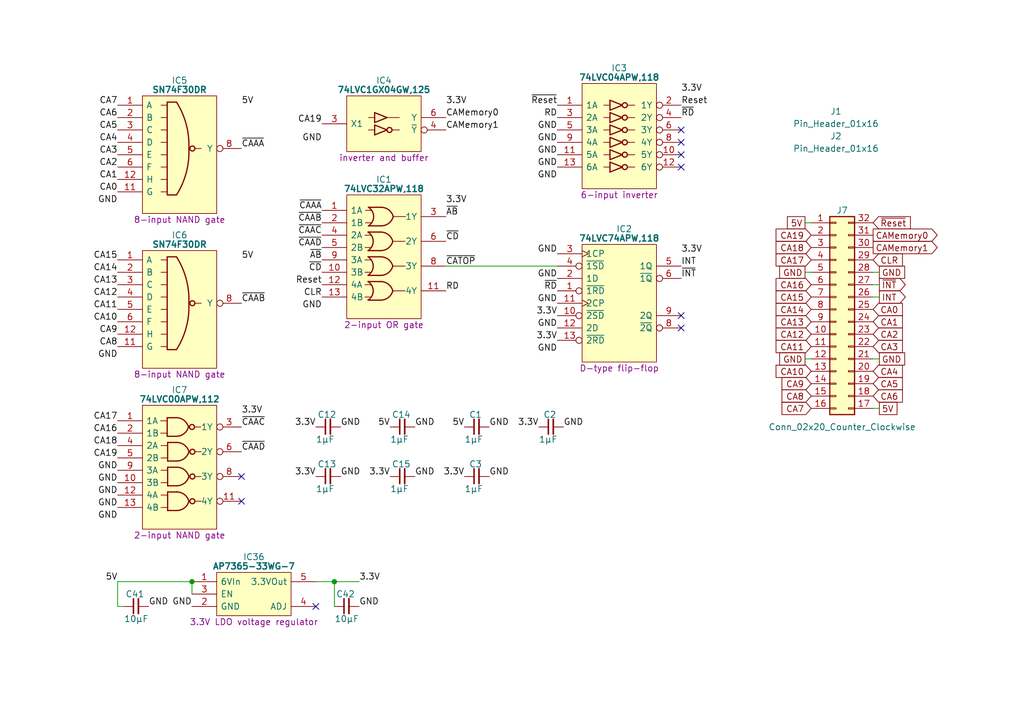
<source format=kicad_sch>
(kicad_sch (version 20250114) (generator "eeschema") (generator_version "9.0")
  (paper "A5")
  (title_block (title "Coprocessor Support") (date "2025-06-16") (rev "V0"))
  (lib_symbols
    (symbol "Connector_Generic:Conn_02x16_Counter_Clockwise" (pin_names (offset 1.016) (hide yes))
      (property "Reference" "J" (at 1.27 20.32 0))
      (property "Value" "Conn_02x16_Counter_Clockwise" (at 1.27 -22.86 0))
      (symbol "Conn_02x16_Counter_Clockwise_1_1"
        (rectangle (start -1.27 19.05) (end 3.81 -21.59) (stroke (width 0.254)) (fill (type background)))
        (rectangle (start -1.27 17.907) (end 0 17.653) (stroke (width 0.1524)))
        (rectangle (start -1.27 15.367) (end 0 15.113) (stroke (width 0.1524)))
        (rectangle (start -1.27 12.827) (end 0 12.573) (stroke (width 0.1524)))
        (rectangle (start -1.27 10.287) (end 0 10.033) (stroke (width 0.1524)))
        (rectangle (start -1.27 7.747) (end 0 7.493) (stroke (width 0.1524)))
        (rectangle (start -1.27 5.207) (end 0 4.953) (stroke (width 0.1524)))
        (rectangle (start -1.27 2.667) (end 0 2.413) (stroke (width 0.1524)))
        (rectangle (start -1.27 0.127) (end 0 -0.127) (stroke (width 0.1524)))
        (rectangle (start -1.27 -2.413) (end 0 -2.667) (stroke (width 0.1524)))
        (rectangle (start -1.27 -4.953) (end 0 -5.207) (stroke (width 0.1524)))
        (rectangle (start -1.27 -7.493) (end 0 -7.747) (stroke (width 0.1524)))
        (rectangle (start -1.27 -10.033) (end 0 -10.287) (stroke (width 0.1524)))
        (rectangle (start -1.27 -12.573) (end 0 -12.827) (stroke (width 0.1524)))
        (rectangle (start -1.27 -15.113) (end 0 -15.367) (stroke (width 0.1524)))
        (rectangle (start -1.27 -17.653) (end 0 -17.907) (stroke (width 0.1524)))
        (rectangle (start -1.27 -20.193) (end 0 -20.447) (stroke (width 0.1524)))
        (rectangle (start 3.81 17.907) (end 2.54 17.653) (stroke (width 0.1524)))
        (rectangle (start 3.81 15.367) (end 2.54 15.113) (stroke (width 0.1524)))
        (rectangle (start 3.81 12.827) (end 2.54 12.573) (stroke (width 0.1524)))
        (rectangle (start 3.81 10.287) (end 2.54 10.033) (stroke (width 0.1524)))
        (rectangle (start 3.81 7.747) (end 2.54 7.493) (stroke (width 0.1524)))
        (rectangle (start 3.81 5.207) (end 2.54 4.953) (stroke (width 0.1524)))
        (rectangle (start 3.81 2.667) (end 2.54 2.413) (stroke (width 0.1524)))
        (rectangle (start 3.81 0.127) (end 2.54 -0.127) (stroke (width 0.1524)))
        (rectangle (start 3.81 -2.413) (end 2.54 -2.667) (stroke (width 0.1524)))
        (rectangle (start 3.81 -4.953) (end 2.54 -5.207) (stroke (width 0.1524)))
        (rectangle (start 3.81 -7.493) (end 2.54 -7.747) (stroke (width 0.1524)))
        (rectangle (start 3.81 -10.033) (end 2.54 -10.287) (stroke (width 0.1524)))
        (rectangle (start 3.81 -12.573) (end 2.54 -12.827) (stroke (width 0.1524)))
        (rectangle (start 3.81 -15.113) (end 2.54 -15.367) (stroke (width 0.1524)))
        (rectangle (start 3.81 -17.653) (end 2.54 -17.907) (stroke (width 0.1524)))
        (rectangle (start 3.81 -20.193) (end 2.54 -20.447) (stroke (width 0.1524)))
        (pin passive line (at -5.08 17.78 0) (length 3.81) (name "Pin_1") (number "1"))
        (pin passive line (at -5.08 15.24 0) (length 3.81) (name "Pin_2") (number "2"))
        (pin passive line (at -5.08 12.7 0) (length 3.81) (name "Pin_3") (number "3"))
        (pin passive line (at -5.08 10.16 0) (length 3.81) (name "Pin_4") (number "4"))
        (pin passive line (at -5.08 7.62 0) (length 3.81) (name "Pin_5") (number "5"))
        (pin passive line (at -5.08 5.08 0) (length 3.81) (name "Pin_6") (number "6"))
        (pin passive line (at -5.08 2.54 0) (length 3.81) (name "Pin_7") (number "7"))
        (pin passive line (at -5.08 0 0) (length 3.81) (name "Pin_8") (number "8"))
        (pin passive line (at -5.08 -2.54 0) (length 3.81) (name "Pin_9") (number "9"))
        (pin passive line (at -5.08 -5.08 0) (length 3.81) (name "Pin_10") (number "10"))
        (pin passive line (at -5.08 -7.62 0) (length 3.81) (name "Pin_11") (number "11"))
        (pin passive line (at -5.08 -10.16 0) (length 3.81) (name "Pin_12") (number "12"))
        (pin passive line (at -5.08 -12.7 0) (length 3.81) (name "Pin_13") (number "13"))
        (pin passive line (at -5.08 -15.24 0) (length 3.81) (name "Pin_14") (number "14"))
        (pin passive line (at -5.08 -17.78 0) (length 3.81) (name "Pin_15") (number "15"))
        (pin passive line (at -5.08 -20.32 0) (length 3.81) (name "Pin_16") (number "16"))
        (pin passive line (at 7.62 17.78 180) (length 3.81) (name "Pin_32") (number "32"))
        (pin passive line (at 7.62 15.24 180) (length 3.81) (name "Pin_31") (number "31"))
        (pin passive line (at 7.62 12.7 180) (length 3.81) (name "Pin_30") (number "30"))
        (pin passive line (at 7.62 10.16 180) (length 3.81) (name "Pin_29") (number "29"))
        (pin passive line (at 7.62 7.62 180) (length 3.81) (name "Pin_28") (number "28"))
        (pin passive line (at 7.62 5.08 180) (length 3.81) (name "Pin_27") (number "27"))
        (pin passive line (at 7.62 2.54 180) (length 3.81) (name "Pin_26") (number "26"))
        (pin passive line (at 7.62 0 180) (length 3.81) (name "Pin_25") (number "25"))
        (pin passive line (at 7.62 -2.54 180) (length 3.81) (name "Pin_24") (number "24"))
        (pin passive line (at 7.62 -5.08 180) (length 3.81) (name "Pin_23") (number "23"))
        (pin passive line (at 7.62 -7.62 180) (length 3.81) (name "Pin_22") (number "22"))
        (pin passive line (at 7.62 -10.16 180) (length 3.81) (name "Pin_21") (number "21"))
        (pin passive line (at 7.62 -12.7 180) (length 3.81) (name "Pin_20") (number "20"))
        (pin passive line (at 7.62 -15.24 180) (length 3.81) (name "Pin_19") (number "19"))
        (pin passive line (at 7.62 -17.78 180) (length 3.81) (name "Pin_18") (number "18"))
        (pin passive line (at 7.62 -20.32 180) (length 3.81) (name "Pin_17") (number "17"))
      )
    )
    (symbol "Diodes_Inc:AP7365-33WG-7" (pin_names (offset 0.762))
      (property "Reference" "IC" (at 12.7 5.08 0))
      (property "Value" "AP7365-33WG-7" (at 12.7 3.175 0))
      (property "Description" "3.3V LDO voltage regulator" (at 12.7 -8.255 0))
      (symbol "AP7365-33WG-7_0_0"
        (pin input line (at 0 -2.54 0) (length 5.08) (name "EN") (number "3"))
        (pin passive line (at 0 -5.08 0) (length 5.08) (name "GND") (number "2"))
        (pin passive line (at 25.4 -5.08 180) (length 5.08) (name "ADJ") (number "4"))
      )
      (symbol "AP7365-33WG-7_0_1"
        (polyline (pts (xy 5.08 1.905) (xy 20.32 1.905) (xy 20.32 -6.985) (xy 5.08 -6.985) (xy 5.08 1.905)) (fill (type background)))
      )
      (symbol "AP7365-33WG-7_1_0"
        (pin passive line (at 0 0 0) (length 5.08) (name "6VIn") (number "1"))
        (pin passive line (at 25.4 0 180) (length 5.08) (name "3.3VOut") (number "5"))
      )
    )
    (symbol "HCP65:C_0805" (pin_numbers (hide yes)) (pin_names (offset 0.254) (hide yes))
      (property "Reference" "C" (at 2.286 2.54 0))
      (property "Value" "?μF" (at 2.54 -2.54 0))
      (symbol "C_0805_0_1"
        (polyline (pts (xy 1.9685 -1.4605) (xy 1.9685 1.5875)) (stroke (width 0.3048)))
        (polyline (pts (xy 2.9845 -1.4605) (xy 2.9845 1.5875)) (stroke (width 0.3302)))
      )
      (symbol "C_0805_1_1"
        (pin passive line (at 0 0 0) (length 2.032) (name "~") (number "1"))
        (pin passive line (at 5.08 0 180) (length 2.032) (name "~") (number "2"))
      )
    )
    (symbol "HCP65:Pin_Header_01x32" (pin_names (offset 1.016) (hide yes))
      (property "Reference" "J" (at 0 1.27 0))
      (property "Value" "Pin_Header_01x32" (at 0 -1.27 0))
    )
    (symbol "Nexperia:74LVC00APW,112" (pin_names (offset 0.762))
      (property "Reference" "IC" (at 12.7 6.35 0))
      (property "Value" "74LVC00APW,112" (at 12.7 4.445 0))
      (property "Description" "2-input NAND gate" (at 12.7 -23.495 0))
      (symbol "74LVC00APW,112_0_0"
        (pin input line (at 0 0 0) (length 5.08) (name "1A") (number "1"))
        (pin input line (at 0 -2.54 0) (length 5.08) (name "1B") (number "2"))
        (pin input line (at 0 -5.08 0) (length 5.08) (name "2A") (number "4"))
        (pin input line (at 0 -7.62 0) (length 5.08) (name "2B") (number "5"))
        (pin input line (at 0 -10.16 0) (length 5.08) (name "3A") (number "9"))
        (pin input line (at 0 -12.7 0) (length 5.08) (name "3B") (number "10"))
        (pin input line (at 0 -15.24 0) (length 5.08) (name "4A") (number "12"))
        (pin input line (at 0 -17.78 0) (length 5.08) (name "4B") (number "13"))
        (pin passive line (at 0 -20.32 0) (length 5.08) (hide yes) (name "GND") (number "7"))
        (pin passive line (at 25.4 1.27 180) (length 5.08) (hide yes) (name "3V") (number "14"))
        (pin output inverted (at 25.4 -1.27 180) (length 5.08) (name "1Y") (number "3"))
        (pin output inverted (at 25.4 -6.35 180) (length 5.08) (name "2Y") (number "6"))
        (pin output inverted (at 25.4 -11.43 180) (length 5.08) (name "3Y") (number "8"))
        (pin output inverted (at 25.4 -16.51 180) (length 5.08) (name "4Y") (number "11"))
      )
      (symbol "74LVC00APW,112_0_1"
        (polyline (pts (xy 5.08 3.175) (xy 20.32 3.175) (xy 20.32 -22.225) (xy 5.08 -22.225) (xy 5.08 3.175)) (stroke (width 0.1524)) (fill (type background)))
        (polyline (pts (xy 8.802 0) (xy 10.0719 0)))
        (polyline (pts (xy 8.802 -2.54) (xy 10.0719 -2.54)))
        (polyline (pts (xy 8.89 -5.08) (xy 10.1599 -5.08)))
        (polyline (pts (xy 8.89 -7.62) (xy 10.1599 -7.62)))
        (polyline (pts (xy 8.89 -10.16) (xy 10.1599 -10.16)))
        (polyline (pts (xy 8.89 -12.7) (xy 10.1599 -12.7)))
        (polyline (pts (xy 8.89 -15.24) (xy 10.1599 -15.24)))
        (polyline (pts (xy 8.89 -17.78) (xy 10.1599 -17.78)))
        (polyline (pts (xy 10.16 0.635) (xy 10.16 -3.175)) (stroke (width 0.254)) (fill (type background)))
        (polyline (pts (xy 10.248 -4.445) (xy 10.248 -8.255)) (stroke (width 0.254)) (fill (type background)))
        (polyline (pts (xy 10.248 -9.525) (xy 10.248 -13.335)) (stroke (width 0.254)) (fill (type background)))
        (polyline (pts (xy 10.248 -14.605) (xy 10.248 -18.415)) (stroke (width 0.254)) (fill (type background)))
        (polyline (pts (xy 11.977 0.635) (xy 10.16 0.635)) (stroke (width 0.254)) (fill (type background)))
        (polyline (pts (xy 11.977 -3.175) (xy 10.16 -3.175)) (stroke (width 0.254)) (fill (type background)))
        (arc (start 14.517 -1.27) (mid 13.5755 -2.6605) (end 11.977 -3.175) (stroke (width 0.254)))
        (arc (start 11.977 0.635) (mid 13.576 0.1212) (end 14.517 -1.27) (stroke (width 0.254)))
        (polyline (pts (xy 12.065 -4.445) (xy 10.248 -4.445)) (stroke (width 0.254)) (fill (type background)))
        (polyline (pts (xy 12.065 -8.255) (xy 10.248 -8.255)) (stroke (width 0.254)) (fill (type background)))
        (polyline (pts (xy 12.065 -9.525) (xy 10.248 -9.525)) (stroke (width 0.254)) (fill (type background)))
        (polyline (pts (xy 12.065 -13.335) (xy 10.248 -13.335)) (stroke (width 0.254)) (fill (type background)))
        (polyline (pts (xy 12.065 -14.605) (xy 10.248 -14.605)) (stroke (width 0.254)) (fill (type background)))
        (polyline (pts (xy 12.065 -18.415) (xy 10.248 -18.415)) (stroke (width 0.254)) (fill (type background)))
        (arc (start 14.605 -6.35) (mid 13.6635 -7.7405) (end 12.065 -8.255) (stroke (width 0.254)))
        (arc (start 14.605 -11.43) (mid 13.6635 -12.8205) (end 12.065 -13.335) (stroke (width 0.254)))
        (arc (start 14.605 -16.51) (mid 13.6635 -17.9005) (end 12.065 -18.415) (stroke (width 0.254)))
        (arc (start 12.065 -4.445) (mid 13.664 -4.9588) (end 14.605 -6.35) (stroke (width 0.254)))
        (arc (start 12.065 -9.525) (mid 13.664 -10.0388) (end 14.605 -11.43) (stroke (width 0.254)))
        (arc (start 12.065 -14.605) (mid 13.664 -15.1188) (end 14.605 -16.51) (stroke (width 0.254)))
        (circle (center 15.24 -1.27) (radius 0.508) (stroke (width 0.254)))
        (circle (center 15.328 -6.35) (radius 0.508) (stroke (width 0.254)))
        (circle (center 15.328 -11.43) (radius 0.508) (stroke (width 0.254)))
        (circle (center 15.328 -16.51) (radius 0.508) (stroke (width 0.254)))
        (polyline (pts (xy 15.875 -1.27) (xy 17.057 -1.27)))
        (polyline (pts (xy 15.963 -6.35) (xy 17.145 -6.35)))
        (polyline (pts (xy 15.963 -11.43) (xy 17.145 -11.43)))
        (polyline (pts (xy 15.963 -16.51) (xy 17.145 -16.51)))
      )
    )
    (symbol "Nexperia:74LVC04APW,118" (pin_names (offset 0.762))
      (property "Reference" "IC" (at 12.7 7.62 0))
      (property "Value" "74LVC04APW,118" (at 12.7 5.715 0))
      (property "Description" "6-input inverter" (at 12.7 -18.415 0))
      (symbol "74LVC04APW,118_0_0"
        (pin input line (at 0 0 0) (length 5.08) (name "1A") (number "1"))
        (pin input line (at 0 -2.54 0) (length 5.08) (name "2A") (number "3"))
        (pin input line (at 0 -5.08 0) (length 5.08) (name "3A") (number "5"))
        (pin input line (at 0 -7.62 0) (length 5.08) (name "4A") (number "9"))
        (pin input line (at 0 -10.16 0) (length 5.08) (name "5A") (number "11"))
        (pin input line (at 0 -12.7 0) (length 5.08) (name "6A") (number "13"))
        (pin passive line (at 0 -15.24 0) (length 5.08) (hide yes) (name "GND") (number "7"))
        (pin passive line (at 25.4 2.54 180) (length 5.08) (hide yes) (name "3V") (number "14"))
        (pin output inverted (at 25.4 0 180) (length 5.08) (name "1Y") (number "2"))
        (pin output inverted (at 25.4 -2.54 180) (length 5.08) (name "2Y") (number "4"))
        (pin output inverted (at 25.4 -5.08 180) (length 5.08) (name "3Y") (number "6"))
        (pin output inverted (at 25.4 -7.62 180) (length 5.08) (name "4Y") (number "8"))
        (pin output inverted (at 25.4 -10.16 180) (length 5.08) (name "5Y") (number "10"))
        (pin output inverted (at 25.4 -12.7 180) (length 5.08) (name "6Y") (number "12"))
      )
      (symbol "74LVC04APW,118_0_1"
        (polyline (pts (xy 5.08 4.445) (xy 20.32 4.445) (xy 20.32 -17.145) (xy 5.08 -17.145) (xy 5.08 4.445)) (stroke (width 0.1524)) (fill (type background)))
        (polyline (pts (xy 9.525 0) (xy 10.7949 0)))
        (polyline (pts (xy 9.525 -2.54) (xy 10.7949 -2.54)))
        (polyline (pts (xy 9.525 -5.08) (xy 10.7949 -5.08)))
        (polyline (pts (xy 9.525 -7.62) (xy 10.7949 -7.62)))
        (polyline (pts (xy 9.525 -10.16) (xy 10.7949 -10.16)))
        (polyline (pts (xy 9.525 -12.7) (xy 10.7949 -12.7)))
        (rectangle (start 10.795 1.016) (end 10.795 -1.016) (stroke (width 0.254)) (fill (type background)))
        (polyline (pts (xy 10.795 -1.016) (xy 13.335 0) (xy 10.795 1.016)) (stroke (width 0.254)))
        (rectangle (start 10.795 -1.524) (end 10.795 -3.556) (stroke (width 0.254)) (fill (type background)))
        (polyline (pts (xy 10.795 -3.556) (xy 13.335 -2.54) (xy 10.795 -1.524)) (stroke (width 0.254)))
        (rectangle (start 10.795 -4.064) (end 10.795 -6.096) (stroke (width 0.254)) (fill (type background)))
        (polyline (pts (xy 10.795 -6.096) (xy 13.335 -5.08) (xy 10.795 -4.064)) (stroke (width 0.254)))
        (rectangle (start 10.795 -6.604) (end 10.795 -8.636) (stroke (width 0.254)) (fill (type background)))
        (polyline (pts (xy 10.795 -8.636) (xy 13.335 -7.62) (xy 10.795 -6.604)) (stroke (width 0.254)))
        (rectangle (start 10.795 -9.144) (end 10.795 -11.176) (stroke (width 0.254)) (fill (type background)))
        (polyline (pts (xy 10.795 -11.176) (xy 13.335 -10.16) (xy 10.795 -9.144)) (stroke (width 0.254)))
        (rectangle (start 10.795 -11.684) (end 10.795 -13.716) (stroke (width 0.254)) (fill (type background)))
        (polyline (pts (xy 10.795 -13.716) (xy 13.335 -12.7) (xy 10.795 -11.684)) (stroke (width 0.254)))
        (circle (center 13.843 0) (radius 0.508) (stroke (width 0.254)))
        (circle (center 13.843 -2.54) (radius 0.508) (stroke (width 0.254)))
        (circle (center 13.843 -5.08) (radius 0.508) (stroke (width 0.254)))
        (circle (center 13.843 -7.62) (radius 0.508) (stroke (width 0.254)))
        (circle (center 13.843 -10.16) (radius 0.508) (stroke (width 0.254)))
        (circle (center 13.843 -12.7) (radius 0.508) (stroke (width 0.254)))
        (polyline (pts (xy 14.351 0) (xy 15.875 0)))
        (polyline (pts (xy 14.351 -2.54) (xy 15.875 -2.54)))
        (polyline (pts (xy 14.351 -5.08) (xy 15.875 -5.08)))
        (polyline (pts (xy 14.351 -7.62) (xy 15.875 -7.62)))
        (polyline (pts (xy 14.351 -10.16) (xy 15.875 -10.16)))
        (polyline (pts (xy 14.351 -12.7) (xy 15.875 -12.7)))
      )
    )
    (symbol "Nexperia:74LVC1GX04GW,125" (pin_names (offset 0.762))
      (property "Reference" "IC" (at 12.7 5.08 0))
      (property "Value" "74LVC1GX04GW,125" (at 12.7 3.175 0))
      (property "Description" "inverter and buffer" (at 12.7 -10.795 0))
      (symbol "74LVC1GX04GW,125_0_0"
        (pin no_connect line (at 0 0 0) (length 5.08) (hide yes) (name "n.c.") (number "1"))
        (pin input line (at 0 -3.81 0) (length 5.08) (name "X1") (number "3"))
        (pin passive line (at 0 -7.62 0) (length 5.08) (hide yes) (name "GND") (number "2"))
        (pin passive line (at 25.4 0 180) (length 5.08) (hide yes) (name "3V") (number "5"))
        (pin output line (at 25.4 -2.54 180) (length 5.08) (name "Y") (number "6"))
        (pin output inverted (at 25.4 -5.08 180) (length 5.08) (name "~{Y}") (number "4"))
      )
      (symbol "74LVC1GX04GW,125_0_1"
        (polyline (pts (xy 5.08 1.905) (xy 20.32 1.905) (xy 20.32 -9.525) (xy 5.08 -9.525) (xy 5.08 1.905)) (stroke (width 0.1524)) (fill (type background)))
        (polyline (pts (xy 9.525 -2.54) (xy 10.7949 -2.54)))
        (polyline (pts (xy 9.525 -5.08) (xy 10.7949 -5.08)))
        (rectangle (start 10.795 -1.524) (end 10.795 -3.556) (stroke (width 0.254)) (fill (type background)))
        (polyline (pts (xy 10.795 -3.556) (xy 13.335 -2.54) (xy 10.795 -1.524)) (stroke (width 0.254)))
        (rectangle (start 10.795 -4.064) (end 10.795 -6.096) (stroke (width 0.254)) (fill (type background)))
        (polyline (pts (xy 10.795 -6.096) (xy 13.335 -5.08) (xy 10.795 -4.064)) (stroke (width 0.254)))
        (polyline (pts (xy 13.335 -2.54) (xy 15.875 -2.54)))
        (circle (center 13.843 -5.08) (radius 0.508) (stroke (width 0.254)))
        (polyline (pts (xy 14.351 -5.08) (xy 15.875 -5.08)))
      )
    )
    (symbol "Nexperia:74LVC32APW,118" (pin_names (offset 0.762))
      (property "Reference" "IC" (at 12.7 6.35 0))
      (property "Value" "74LVC32APW,118" (at 12.7 4.445 0))
      (property "Description" "2-input OR gate" (at 12.7 -23.495 0))
      (symbol "74LVC32APW,118_0_0"
        (pin passive line (at 0 0 0) (length 5.08) (name "1A") (number "1"))
        (pin passive line (at 0 -2.54 0) (length 5.08) (name "1B") (number "2"))
        (pin passive line (at 0 -5.08 0) (length 5.08) (name "2A") (number "4"))
        (pin passive line (at 0 -7.62 0) (length 5.08) (name "2B") (number "5"))
        (pin passive line (at 0 -10.16 0) (length 5.08) (name "3A") (number "9"))
        (pin passive line (at 0 -12.7 0) (length 5.08) (name "3B") (number "10"))
        (pin passive line (at 0 -15.24 0) (length 5.08) (name "4A") (number "12"))
        (pin passive line (at 0 -17.78 0) (length 5.08) (name "4B") (number "13"))
        (pin passive line (at 0 -20.32 0) (length 5.08) (hide yes) (name "GND") (number "7"))
        (pin passive line (at 25.4 1.27 180) (length 5.08) (hide yes) (name "3V") (number "14"))
        (pin passive line (at 25.4 -1.27 180) (length 5.08) (name "1Y") (number "3"))
        (pin passive line (at 25.4 -6.35 180) (length 5.08) (name "2Y") (number "6"))
        (pin passive line (at 25.4 -11.43 180) (length 5.08) (name "3Y") (number "8"))
        (pin passive line (at 25.4 -16.51 180) (length 5.08) (name "4Y") (number "11"))
      )
      (symbol "74LVC32APW,118_0_1"
        (polyline (pts (xy 5.08 3.175) (xy 20.32 3.175) (xy 20.32 -22.225) (xy 5.08 -22.225) (xy 5.08 3.175)) (stroke (width 0.1524)) (fill (type background)))
        (arc (start 9.437 -4.445) (mid 10.4969 -6.35) (end 9.437 -8.255) (stroke (width 0.254)))
        (arc (start 9.437 -9.525) (mid 10.4969 -11.43) (end 9.437 -13.335) (stroke (width 0.254)))
        (arc (start 9.437 -14.605) (mid 10.4969 -16.51) (end 9.437 -18.415) (stroke (width 0.254)))
        (arc (start 9.525 0.635) (mid 10.5849 -1.27) (end 9.525 -3.175) (stroke (width 0.254)))
        (polyline (pts (xy 8.802 -5.08) (xy 10.0719 -5.08)))
        (polyline (pts (xy 8.802 -7.62) (xy 10.0719 -7.62)))
        (polyline (pts (xy 8.802 -10.16) (xy 10.0719 -10.16)))
        (polyline (pts (xy 8.802 -12.7) (xy 10.0719 -12.7)))
        (polyline (pts (xy 8.802 -15.24) (xy 10.0719 -15.24)))
        (polyline (pts (xy 8.802 -17.78) (xy 10.0719 -17.78)))
        (polyline (pts (xy 8.89 0) (xy 10.1599 0)))
        (polyline (pts (xy 8.89 -2.54) (xy 10.1599 -2.54)))
        (polyline (pts (xy 11.977 -4.445) (xy 9.437 -4.445)) (stroke (width 0.254)) (fill (type background)))
        (polyline (pts (xy 11.977 -8.255) (xy 9.437 -8.255)) (stroke (width 0.254)) (fill (type background)))
        (polyline (pts (xy 11.977 -9.525) (xy 9.437 -9.525)) (stroke (width 0.254)) (fill (type background)))
        (polyline (pts (xy 11.977 -13.335) (xy 9.437 -13.335)) (stroke (width 0.254)) (fill (type background)))
        (polyline (pts (xy 11.977 -14.605) (xy 9.437 -14.605)) (stroke (width 0.254)) (fill (type background)))
        (polyline (pts (xy 11.977 -18.415) (xy 9.437 -18.415)) (stroke (width 0.254)) (fill (type background)))
        (arc (start 14.517 -6.35) (mid 13.5755 -7.7405) (end 11.977 -8.255) (stroke (width 0.254)))
        (arc (start 14.517 -11.43) (mid 13.5755 -12.8205) (end 11.977 -13.335) (stroke (width 0.254)))
        (arc (start 14.517 -16.51) (mid 13.5755 -17.9005) (end 11.977 -18.415) (stroke (width 0.254)))
        (arc (start 11.977 -4.445) (mid 13.576 -4.9588) (end 14.517 -6.35) (stroke (width 0.254)))
        (arc (start 11.977 -9.525) (mid 13.576 -10.0388) (end 14.517 -11.43) (stroke (width 0.254)))
        (arc (start 11.977 -14.605) (mid 13.576 -15.1188) (end 14.517 -16.51) (stroke (width 0.254)))
        (polyline (pts (xy 12.065 0.635) (xy 9.525 0.635)) (stroke (width 0.254)) (fill (type background)))
        (polyline (pts (xy 12.065 -3.175) (xy 9.525 -3.175)) (stroke (width 0.254)) (fill (type background)))
        (arc (start 14.605 -1.27) (mid 13.6633 -2.6604) (end 12.065 -3.175) (stroke (width 0.254)))
        (arc (start 12.065 0.635) (mid 13.664 0.1212) (end 14.605 -1.27) (stroke (width 0.254)))
        (polyline (pts (xy 14.517 -6.35) (xy 17.057 -6.35)))
        (polyline (pts (xy 14.517 -11.43) (xy 17.057 -11.43)))
        (polyline (pts (xy 14.517 -16.51) (xy 17.057 -16.51)))
        (polyline (pts (xy 14.605 -1.27) (xy 17.145 -1.27)))
      )
    )
    (symbol "Nexperia:74LVC74APW,118" (pin_names (offset 0.762))
      (property "Reference" "IC" (at 12.065 5.08 0))
      (property "Value" "74LVC74APW,118" (at 12.7 3.175 0))
      (property "Description" "D-type flip-flop" (at 12.7 -23.495 0))
      (symbol "74LVC74APW,118_0_0"
        (pin input clock (at 0 0 0) (length 5.08) (name "1CP") (number "3"))
        (pin input inverted (at 0 -2.54 0) (length 5.08) (name "~{1SD}") (number "4"))
        (pin input line (at 0 -5.08 0) (length 5.08) (name "1D") (number "2"))
        (pin input inverted (at 0 -7.62 0) (length 5.08) (name "~{1RD}") (number "1"))
        (pin input clock (at 0 -10.16 0) (length 5.08) (name "2CP") (number "11"))
        (pin input inverted (at 0 -12.7 0) (length 5.08) (name "~{2SD}") (number "10"))
        (pin input line (at 0 -15.24 0) (length 5.08) (name "2D") (number "12"))
        (pin input inverted (at 0 -17.78 0) (length 5.08) (name "~{2RD}") (number "13"))
        (pin passive line (at 0 -20.32 0) (length 5.08) (hide yes) (name "GND") (number "7"))
        (pin passive line (at 25.4 0 180) (length 5.08) (hide yes) (name "3V") (number "14"))
        (pin output line (at 25.4 -2.54 180) (length 5.08) (name "1Q") (number "5"))
        (pin output inverted (at 25.4 -5.08 180) (length 5.08) (name "~{1Q}") (number "6"))
        (pin output line (at 25.4 -12.7 180) (length 5.08) (name "2Q") (number "9"))
        (pin output inverted (at 25.4 -15.24 180) (length 5.08) (name "~{2Q}") (number "8"))
      )
      (symbol "74LVC74APW,118_0_1"
        (polyline (pts (xy 5.08 1.905) (xy 20.32 1.905) (xy 20.32 -22.225) (xy 5.08 -22.225) (xy 5.08 1.905)) (stroke (width 0.1524)) (fill (type background)))
      )
    )
    (symbol "Texas_Instruments:SN74F30DR" (pin_names (offset 0.762))
      (property "Reference" "IC" (at 12.7 5.08 0))
      (property "Value" "SN74F30DR" (at 12.7 3.175 0))
      (property "Description" "8-input NAND gate" (at 12.7 -23.495 0))
      (symbol "SN74F30DR_0_0"
        (pin input line (at 0 0 0) (length 5.08) (name "A") (number "1"))
        (pin input line (at 0 -2.54 0) (length 5.08) (name "B") (number "2"))
        (pin input line (at 0 -5.08 0) (length 5.08) (name "C") (number "3"))
        (pin input line (at 0 -7.62 0) (length 5.08) (name "D") (number "4"))
        (pin input line (at 0 -10.16 0) (length 5.08) (name "E") (number "5"))
        (pin input line (at 0 -12.7 0) (length 5.08) (name "F") (number "6"))
        (pin input line (at 0 -15.24 0) (length 5.08) (name "H") (number "12"))
        (pin input line (at 0 -17.78 0) (length 5.08) (name "G") (number "11"))
        (pin passive line (at 0 -20.32 0) (length 5.08) (hide yes) (name "GND") (number "7"))
        (pin passive line (at 25.4 0 180) (length 5.08) (hide yes) (name "5V") (number "14"))
        (pin no_connect line (at 25.4 -15.24 180) (length 5.08) (hide yes) (name "N.C.") (number "13"))
        (pin no_connect line (at 25.4 -17.78 180) (length 5.08) (hide yes) (name "N.C.") (number "10"))
        (pin no_connect line (at 25.4 -20.32 180) (length 5.08) (hide yes) (name "N.C.") (number "9"))
      )
      (symbol "SN74F30DR_0_1"
        (arc (start 12.065 0.635) (mid 14.0638 -3.9331) (end 14.605 -8.89) (stroke (width 0.254)))
        (arc (start 14.605 -8.89) (mid 14.065 -13.8472) (end 12.065 -18.415) (stroke (width 0.254)))
        (polyline (pts (xy 5.08 1.905) (xy 20.32 1.905) (xy 20.32 -22.225) (xy 5.08 -22.225) (xy 5.08 1.905)) (stroke (width 0.1524)) (fill (type background)))
        (polyline (pts (xy 8.89 0) (xy 10.1599 0)))
        (polyline (pts (xy 8.89 -2.54) (xy 10.1599 -2.54)))
        (polyline (pts (xy 8.89 -5.08) (xy 10.1599 -5.08)))
        (polyline (pts (xy 8.89 -7.62) (xy 10.1599 -7.62)))
        (polyline (pts (xy 8.89 -10.16) (xy 10.1599 -10.16)))
        (polyline (pts (xy 8.89 -12.7) (xy 10.1599 -12.7)))
        (polyline (pts (xy 8.89 -15.24) (xy 10.1599 -15.24)))
        (polyline (pts (xy 8.89 -17.78) (xy 10.1599 -17.78)))
        (polyline (pts (xy 10.16 0.635) (xy 10.16 -18.415)) (stroke (width 0.254)) (fill (type background)))
        (polyline (pts (xy 12.065 0.635) (xy 10.248 0.635)) (stroke (width 0.254)) (fill (type background)))
        (polyline (pts (xy 12.065 -18.415) (xy 10.248 -18.415)) (stroke (width 0.254)) (fill (type background)))
        (circle (center 15.328 -8.89) (radius 0.508) (stroke (width 0.254)))
        (polyline (pts (xy 15.963 -8.89) (xy 17.145 -8.89)))
      )
      (symbol "SN74F30DR_1_0"
        (pin output inverted (at 25.4 -8.89 180) (length 5.08) (name "Y") (number "8"))
      )
    )
  )
  (junction (at 39.37 119.38))
  (junction (at 68.58 119.38))
  (no_connect (at 139.7 26.67))
  (no_connect (at 64.77 124.46))
  (no_connect (at 139.7 64.77))
  (no_connect (at 139.7 67.31))
  (no_connect (at 49.53 97.79))
  (no_connect (at 139.7 34.29))
  (no_connect (at 139.7 29.21))
  (no_connect (at 49.53 102.87))
  (no_connect (at 139.7 31.75))
  (wire (pts (xy 180.34 73.66) (xy 179.07 73.66)))
  (wire (pts (xy 64.77 119.38) (xy 68.58 119.38)))
  (wire (pts (xy 180.34 58.42) (xy 179.07 58.42)))
  (wire (pts (xy 68.58 124.46) (xy 68.58 119.38)))
  (wire (pts (xy 91.44 54.61) (xy 114.3 54.61)))
  (wire (pts (xy 180.34 55.88) (xy 179.07 55.88)))
  (wire (pts (xy 24.13 119.38) (xy 24.13 124.46)))
  (wire (pts (xy 165.1 45.72) (xy 166.37 45.72)))
  (wire (pts (xy 24.13 124.46) (xy 25.4 124.46)))
  (wire (pts (xy 165.1 73.66) (xy 166.37 73.66)))
  (wire (pts (xy 165.1 55.88) (xy 166.37 55.88)))
  (wire (pts (xy 39.37 119.38) (xy 39.37 121.92)))
  (wire (pts (xy 24.13 119.38) (xy 39.37 119.38)))
  (wire (pts (xy 180.34 83.82) (xy 179.07 83.82)))
  (wire (pts (xy 179.07 60.96) (xy 180.34 60.96)))
  (wire (pts (xy 68.58 119.38) (xy 73.66 119.38)))
  (label "5V" (at 95.25 87.63 180))
  (label "CA12" (at 24.13 60.96 180))
  (label "3.3V" (at 114.3 64.77 180))
  (label "GND" (at 24.13 99.06 180))
  (label "GND" (at 114.3 62.23 180))
  (label "CA5" (at 24.13 26.67 180))
  (label "GND" (at 24.13 104.14 180))
  (label "GND" (at 114.3 34.29 180))
  (label "3.3V" (at 64.77 87.63 180))
  (label "~{RD}" (at 114.3 59.69 180))
  (label "3.3V" (at 91.44 41.91 0))
  (label "~{CAAA}" (at 49.53 30.48 0))
  (label "GND" (at 73.66 124.46 0))
  (label "GND" (at 39.37 124.46 180))
  (label "~{CAAC}" (at 66.04 48.26 180))
  (label "GND" (at 24.13 106.68 180))
  (label "3.3V" (at 80.01 97.79 180))
  (label "5V" (at 80.01 87.63 180))
  (label "~{CAAC}" (at 49.53 87.63 0))
  (label "3.3V" (at 139.7 19.05 0))
  (label "GND" (at 66.04 29.21 180))
  (label "GND" (at 24.13 96.52 180))
  (label "3.3V" (at 114.3 69.85 180))
  (label "CA3" (at 24.13 31.75 180))
  (label "CA9" (at 24.13 68.58 180))
  (label "~{CAAD}" (at 66.04 50.8 180))
  (label "GND" (at 100.33 97.79 0))
  (label "GND" (at 69.85 97.79 0))
  (label "~{CATOP}" (at 91.44 54.61 0))
  (label "~{CD}" (at 91.44 49.53 0))
  (label "3.3V" (at 110.49 87.63 180))
  (label "CA19" (at 24.13 93.98 180))
  (label "5V" (at 24.13 119.38 180))
  (label "CA8" (at 24.13 71.12 180))
  (label "~{INT}" (at 139.7 57.15 0))
  (label "GND" (at 24.13 73.66 180))
  (label "Reset" (at 139.7 21.59 0))
  (label "~{CAAA}" (at 66.04 43.18 180))
  (label "GND" (at 115.57 87.63 0))
  (label "RD" (at 114.3 24.13 180))
  (label "GND" (at 114.3 31.75 180))
  (label "CA0" (at 24.13 39.37 180))
  (label "3.3V" (at 73.66 119.38 0))
  (label "CA13" (at 24.13 58.42 180))
  (label "3.3V" (at 49.53 85.09 0))
  (label "3.3V" (at 64.77 97.79 180))
  (label "CA4" (at 24.13 29.21 180))
  (label "~{CAAB}" (at 66.04 45.72 180))
  (label "GND" (at 66.04 63.5 180))
  (label "GND" (at 114.3 72.39 180))
  (label "CAMemory0" (at 91.44 24.13 0))
  (label "CAMemory1" (at 91.44 26.67 0))
  (label "INT" (at 139.7 54.61 0))
  (label "GND" (at 114.3 26.67 180))
  (label "5V" (at 49.53 21.59 0))
  (label "Reset" (at 66.04 58.42 180))
  (label "CA16" (at 24.13 88.9 180))
  (label "RD" (at 91.44 59.69 0))
  (label "3.3V" (at 91.44 21.59 0))
  (label "GND" (at 85.09 87.63 0))
  (label "~{CAAB}" (at 49.53 62.23 0))
  (label "~{CD}" (at 66.04 55.88 180))
  (label "GND" (at 114.3 29.21 180))
  (label "~{Reset}" (at 114.3 21.59 180))
  (label "CLR" (at 66.04 60.96 180))
  (label "~{CAAD}" (at 49.53 92.71 0))
  (label "CA17" (at 24.13 86.36 180))
  (label "GND" (at 85.09 97.79 0))
  (label "GND" (at 114.3 57.15 180))
  (label "3.3V" (at 139.7 52.07 0))
  (label "GND" (at 114.3 67.31 180))
  (label "CA15" (at 24.13 53.34 180))
  (label "GND" (at 114.3 36.83 180))
  (label "CA14" (at 24.13 55.88 180))
  (label "CA7" (at 24.13 21.59 180))
  (label "~{AB}" (at 66.04 53.34 180))
  (label "~{RD}" (at 139.7 24.13 0))
  (label "CA10" (at 24.13 66.04 180))
  (label "5V" (at 49.53 53.34 0))
  (label "CA11" (at 24.13 63.5 180))
  (label "~{AB}" (at 91.44 44.45 0))
  (label "CA2" (at 24.13 34.29 180))
  (label "GND" (at 24.13 41.91 180))
  (label "GND" (at 69.85 87.63 0))
  (label "CA18" (at 24.13 91.44 180))
  (label "CA1" (at 24.13 36.83 180))
  (label "GND" (at 30.48 124.46 0))
  (label "CA6" (at 24.13 24.13 180))
  (label "CA19" (at 66.04 25.4 180))
  (label "GND" (at 100.33 87.63 0))
  (label "GND" (at 114.3 52.07 180))
  (label "3.3V" (at 95.25 97.79 180))
  (label "GND" (at 24.13 101.6 180))
  (global_label "CA16" (shape input) (at 166.37 58.42 180) (property "Intersheetrefs" "${INTERSHEET_REFS}" (effects (hide yes))))
  (global_label "CA0" (shape input) (at 179.07 63.5 0) (property "Intersheetrefs" "${INTERSHEET_REFS}" (effects (hide yes))))
  (global_label "CAMemory0" (shape output) (at 179.07 48.26 0) (property "Intersheetrefs" "${INTERSHEET_REFS}" (effects (hide yes))))
  (global_label "GND" (shape passive) (at 180.34 73.66 0) (property "Intersheetrefs" "${INTERSHEET_REFS}" (effects (hide yes))))
  (global_label "~{Reset}" (shape input) (at 179.07 45.72 0) (property "Intersheetrefs" "${INTERSHEET_REFS}" (effects (hide yes))))
  (global_label "CAMemory1" (shape output) (at 179.07 50.8 0) (property "Intersheetrefs" "${INTERSHEET_REFS}" (effects (hide yes))))
  (global_label "GND" (shape passive) (at 165.1 55.88 180) (property "Intersheetrefs" "${INTERSHEET_REFS}" (effects (hide yes))))
  (global_label "CA5" (shape input) (at 179.07 78.74 0) (property "Intersheetrefs" "${INTERSHEET_REFS}" (effects (hide yes))))
  (global_label "5V" (shape passive) (at 165.1 45.72 180) (property "Intersheetrefs" "${INTERSHEET_REFS}" (effects (hide yes))))
  (global_label "CA18" (shape input) (at 166.37 50.8 180) (property "Intersheetrefs" "${INTERSHEET_REFS}" (effects (hide yes))))
  (global_label "CA11" (shape input) (at 166.37 71.12 180) (property "Intersheetrefs" "${INTERSHEET_REFS}" (effects (hide yes))))
  (global_label "CA14" (shape input) (at 166.37 63.5 180) (property "Intersheetrefs" "${INTERSHEET_REFS}" (effects (hide yes))))
  (global_label "CA3" (shape input) (at 179.07 71.12 0) (property "Intersheetrefs" "${INTERSHEET_REFS}" (effects (hide yes))))
  (global_label "CA13" (shape input) (at 166.37 66.04 180) (property "Intersheetrefs" "${INTERSHEET_REFS}" (effects (hide yes))))
  (global_label "CA12" (shape input) (at 166.37 68.58 180) (property "Intersheetrefs" "${INTERSHEET_REFS}" (effects (hide yes))))
  (global_label "CA1" (shape input) (at 179.07 66.04 0) (property "Intersheetrefs" "${INTERSHEET_REFS}" (effects (hide yes))))
  (global_label "GND" (shape passive) (at 165.1 73.66 180) (property "Intersheetrefs" "${INTERSHEET_REFS}" (effects (hide yes))))
  (global_label "CA8" (shape input) (at 166.37 81.28 180) (property "Intersheetrefs" "${INTERSHEET_REFS}" (effects (hide yes))))
  (global_label "CA2" (shape input) (at 179.07 68.58 0) (property "Intersheetrefs" "${INTERSHEET_REFS}" (effects (hide yes))))
  (global_label "CA17" (shape input) (at 166.37 53.34 180) (property "Intersheetrefs" "${INTERSHEET_REFS}" (effects (hide yes))))
  (global_label "~{INT}" (shape output) (at 180.34 58.42 0) (property "Intersheetrefs" "${INTERSHEET_REFS}" (effects (hide yes))))
  (global_label "GND" (shape passive) (at 180.34 55.88 0) (property "Intersheetrefs" "${INTERSHEET_REFS}" (effects (hide yes))))
  (global_label "CA7" (shape input) (at 166.37 83.82 180) (property "Intersheetrefs" "${INTERSHEET_REFS}" (effects (hide yes))))
  (global_label "CA4" (shape input) (at 179.07 76.2 0) (property "Intersheetrefs" "${INTERSHEET_REFS}" (effects (hide yes))))
  (global_label "CA15" (shape input) (at 166.37 60.96 180) (property "Intersheetrefs" "${INTERSHEET_REFS}" (effects (hide yes))))
  (global_label "5V" (shape passive) (at 180.34 83.82 0) (property "Intersheetrefs" "${INTERSHEET_REFS}" (effects (hide yes))))
  (global_label "CA9" (shape input) (at 166.37 78.74 180) (property "Intersheetrefs" "${INTERSHEET_REFS}" (effects (hide yes))))
  (global_label "INT" (shape output) (at 180.34 60.96 0) (property "Intersheetrefs" "${INTERSHEET_REFS}" (effects (hide yes))))
  (global_label "CLR" (shape input) (at 179.07 53.34 0) (property "Intersheetrefs" "${INTERSHEET_REFS}" (effects (hide yes))))
  (global_label "CA6" (shape input) (at 179.07 81.28 0) (property "Intersheetrefs" "${INTERSHEET_REFS}" (effects (hide yes))))
  (global_label "CA10" (shape input) (at 166.37 76.2 180) (property "Intersheetrefs" "${INTERSHEET_REFS}" (effects (hide yes))))
  (global_label "CA19" (shape input) (at 166.37 48.26 180) (property "Intersheetrefs" "${INTERSHEET_REFS}" (effects (hide yes))))
  (symbol (lib_id "HCP65:C_0805") (at 68.58 124.46 0) (unit 1)
    (property "Reference" "C42" (at 70.866 121.92 0))
    (property "Value" "10μF" (at 71.12 127 0))
    (property "Footprint" "SamacSys_Parts:C_0805" (effects (hide yes)))
  )
  (symbol (lib_id "Nexperia:74LVC1GX04GW,125") (at 66.04 21.59 0) (unit 1)
    (property "Reference" "IC4" (at 78.74 16.51 0))
    (property "Value" "74LVC1GX04GW,125" (at 78.74 18.415 0) (effects (font (bold yes))))
    (property "Footprint" "SamacSys_Parts:SOP65P210X110-6N" (effects (hide yes)))
    (property "Datasheet" "https://assets.nexperia.com/documents/data-sheet/74LVC1GX04.pdf" (effects (hide yes)))
    (property "Description" "inverter and buffer" (at 78.74 32.385 0))
    (property "Height" "1.1" (effects (hide yes)))
    (property "Manufacturer_Name" "Nexperia" (effects (hide yes)))
    (property "Manufacturer_Part_Number" "74LVC1GX04GW,125" (effects (hide yes)))
    (property "Mouser Part Number" "771-74LVC1GX04GW-G" (effects (hide yes)))
    (property "Mouser Price/Stock" "https://www.mouser.co.uk/ProductDetail/Nexperia/74LVC1GX04GW125?qs=me8TqzrmIYXdz6qx7bR6zQ%3D%3D" (effects (hide yes)))
    (property "Silkscreen" "'1GX04" (effects (hide yes)))
    (property "Garbage" "NEXPERIA - 74LVC1GX04GW,125 - LOGIC, CRYSTAL OSCILLATOR DRIVER, SC88-6" (effects (hide yes)))
  )
  (symbol (lib_id "HCP65:C_0805") (at 64.77 87.63 0) (unit 1)
    (property "Reference" "C12" (at 67.056 85.09 0))
    (property "Value" "1µF" (at 64.77 90.17 0) (effects (justify left)))
    (property "Footprint" "SamacSys_Parts:C_0805" (effects (hide yes)))
  )
  (symbol (lib_id "HCP65:C_0805") (at 95.25 87.63 0) (unit 1)
    (property "Reference" "C1" (at 97.536 85.09 0))
    (property "Value" "1µF" (at 95.25 90.17 0) (effects (justify left)))
    (property "Footprint" "SamacSys_Parts:C_0805" (effects (hide yes)))
  )
  (symbol (lib_id "HCP65:C_0805") (at 110.49 87.63 0) (unit 1)
    (property "Reference" "C2" (at 112.776 85.09 0))
    (property "Value" "1µF" (at 110.49 90.17 0) (effects (justify left)))
    (property "Footprint" "SamacSys_Parts:C_0805" (effects (hide yes)))
  )
  (symbol (lib_id "HCP65:Pin_Header_01x32") (at 171.45 24.13 0) (mirror y) (unit 1)
    (property "Reference" "J1" (at 171.45 22.86 0))
    (property "Value" "Pin_Header_01x16" (at 171.45 25.4 0))
    (property "Footprint" "SamacSys_Parts:PinHeader_1x16_P2.54mm_Vertical" (effects (hide yes)))
  )
  (symbol (lib_id "Connector_Generic:Conn_02x16_Counter_Clockwise") (at 171.45 63.5 0) (unit 1)
    (property "Reference" "J7" (at 172.72 43.18 0))
    (property "Value" "Conn_02x20_Counter_Clockwise" (at 172.72 87.63 0))
    (property "Footprint" "SamacSys_Parts:DIP-32_Board_W22.86mm" (effects (hide yes)))
    (property "Description" "Generic connector, double row, 02x16, counter clockwise pin numbering scheme (similar to DIP package numbering), script generated (kicad-library-utils/schlib/autogen/connector/)" (effects (hide yes)))
  )
  (symbol (lib_id "HCP65:Pin_Header_01x32") (at 171.45 29.21 0) (unit 1)
    (property "Reference" "J2" (at 171.45 27.94 0))
    (property "Value" "Pin_Header_01x16" (at 171.45 30.48 0))
    (property "Footprint" "SamacSys_Parts:PinHeader_1x16_P2.54mm_Vertical" (effects (hide yes)))
  )
  (symbol (lib_id "Nexperia:74LVC00APW,112") (at 24.13 86.36 0) (unit 1)
    (property "Reference" "IC7" (at 36.83 80.01 0))
    (property "Value" "74LVC00APW,112" (at 36.83 81.915 0) (effects (font (bold yes))))
    (property "Footprint" "SamacSys_Parts:SOP65P640X110-14N" (effects (hide yes)))
    (property "Datasheet" "https://assets.nexperia.com/documents/data-sheet/74LVC00A.pdf" (effects (hide yes)))
    (property "Description" "2-input NAND gate" (at 36.83 109.855 0))
    (property "Height" "1.1" (effects (hide yes)))
    (property "Mouser Part Number" "771-74LVC00APW" (effects (hide yes)))
    (property "Mouser Price/Stock" "https://www.mouser.co.uk/ProductDetail/Nexperia/74LVC00APW112?qs=me8TqzrmIYU0xOmva6VdmA%3D%3D" (effects (hide yes)))
    (property "Manufacturer_Name" "Nexperia" (effects (hide yes)))
    (property "Manufacturer_Part_Number" "74LVC00APW,112" (effects (hide yes)))
    (property "Silkscreen" "74LVC00" (effects (hide yes)))
  )
  (symbol (lib_id "HCP65:C_0805") (at 80.01 97.79 0) (unit 1)
    (property "Reference" "C15" (at 82.296 95.25 0))
    (property "Value" "1µF" (at 80.01 100.33 0) (effects (justify left)))
    (property "Footprint" "SamacSys_Parts:C_0805" (effects (hide yes)))
  )
  (symbol (lib_id "HCP65:C_0805") (at 25.4 124.46 0) (unit 1)
    (property "Reference" "C41" (at 27.686 121.92 0))
    (property "Value" "10μF" (at 27.94 127 0))
    (property "Footprint" "SamacSys_Parts:C_0805" (effects (hide yes)))
  )
  (symbol (lib_id "Diodes_Inc:AP7365-33WG-7") (at 39.37 119.38 0) (unit 1)
    (property "Reference" "IC36" (at 52.07 114.3 0))
    (property "Value" "AP7365-33WG-7" (at 52.07 116.205 0) (effects (font (bold yes))))
    (property "Footprint" "SamacSys_Parts:SOT95P285X130-5N" (effects (hide yes)))
    (property "Datasheet" "https://componentsearchengine.com/Datasheets/1/AP7365-33WG-7.pdf" (effects (hide yes)))
    (property "Description" "3.3V LDO voltage regulator" (at 52.07 127.635 0))
    (property "Height" "1.3" (effects (hide yes)))
    (property "Manufacturer_Name" "Diodes Inc." (effects (hide yes)))
    (property "Manufacturer_Part_Number" "AP7365-33WG-7" (effects (hide yes)))
    (property "Mouser Part Number" "621-AP7365-33WG-7" (effects (hide yes)))
    (property "Mouser Price/Stock" "https://www.mouser.co.uk/ProductDetail/Diodes-Incorporated/AP7365-33WG-7?qs=abZ1nkZpTuOZFvxvoFPL0w%3D%3D" (effects (hide yes)))
    (property "Arrow Part Number" "AP7365-33WG-7" (effects (hide yes)))
    (property "Arrow Price/Stock" "https://www.arrow.com/en/products/ap7365-33wg-7/diodes-incorporated?region=nac" (effects (hide yes)))
    (property "Silkscreen" "AP7365" (effects (hide yes)))
  )
  (symbol (lib_id "Nexperia:74LVC32APW,118") (at 66.04 43.18 0) (unit 1)
    (property "Reference" "IC1" (at 78.74 36.83 0))
    (property "Value" "74LVC32APW,118" (at 78.74 38.735 0) (effects (font (bold yes))))
    (property "Footprint" "SamacSys_Parts:SOP65P640X110-14N" (effects (hide yes)))
    (property "Datasheet" "https://assets.nexperia.com/documents/data-sheet/74LVC32A.pdf" (effects (hide yes)))
    (property "Description" "2-input OR gate" (at 78.74 66.675 0))
    (property "Height" "1.1" (effects (hide yes)))
    (property "Manufacturer_Name" "Nexperia" (effects (hide yes)))
    (property "Manufacturer_Part_Number" "74LVC32APW,118" (effects (hide yes)))
    (property "Mouser Part Number" "771-74LVC32APW-T" (effects (hide yes)))
    (property "Mouser Price/Stock" "https://www.mouser.com/Search/Refine.aspx?Keyword=771-74LVC32APW-T" (effects (hide yes)))
    (property "Silkscreen" "74LVC32" (effects (hide yes)))
  )
  (symbol (lib_id "Texas_Instruments:SN74F30DR") (at 24.13 53.34 0) (unit 1)
    (property "Reference" "IC6" (at 36.83 48.26 0))
    (property "Value" "SN74F30DR" (at 36.83 50.165 0) (effects (font (bold yes))))
    (property "Footprint" "SamacSys_Parts:SOIC127P600X175-14N" (effects (hide yes)))
    (property "Datasheet" "http://www.ti.com/lit/gpn/sn74f30" (effects (hide yes)))
    (property "Description" "8-input NAND gate" (at 36.83 76.835 0))
    (property "Height" "1.75" (effects (hide yes)))
    (property "Manufacturer_Name" "Texas Instruments" (effects (hide yes)))
    (property "Manufacturer_Part_Number" "SN74F30DR" (effects (hide yes)))
    (property "Mouser Part Number" "595-SN74F30DR" (effects (hide yes)))
    (property "Mouser Price/Stock" "https://www.mouser.com/Search/Refine.aspx?Keyword=595-SN74F30DR" (effects (hide yes)))
    (property "Silkscreen" "74F30" (effects (hide yes)))
  )
  (symbol (lib_id "HCP65:C_0805") (at 64.77 97.79 0) (unit 1)
    (property "Reference" "C13" (at 67.056 95.25 0))
    (property "Value" "1µF" (at 64.77 100.33 0) (effects (justify left)))
    (property "Footprint" "SamacSys_Parts:C_0805" (effects (hide yes)))
  )
  (symbol (lib_id "Nexperia:74LVC04APW,118") (at 114.3 21.59 0) (unit 1)
    (property "Reference" "IC3" (at 127 13.97 0))
    (property "Value" "74LVC04APW,118" (at 127 15.875 0) (effects (font (bold yes))))
    (property "Footprint" "SamacSys_Parts:SOP65P640X110-14N" (effects (hide yes)))
    (property "Datasheet" "https://assets.nexperia.com/documents/data-sheet/74LVC04A.pdf" (effects (hide yes)))
    (property "Description" "6-input inverter" (at 127 40.005 0))
    (property "Height" "1.1" (effects (hide yes)))
    (property "Manufacturer_Name" "Nexperia" (effects (hide yes)))
    (property "Manufacturer_Part_Number" "74LVC04APW,118" (effects (hide yes)))
    (property "Mouser Part Number" "771-74LVC04APW-T" (effects (hide yes)))
    (property "Mouser Price/Stock" "https://www.mouser.co.uk/ProductDetail/Nexperia/74LVC04APW118?qs=me8TqzrmIYUA5zXidd9%2F4g%3D%3D" (effects (hide yes)))
    (property "Silkscreen" "74LVC04" (effects (hide yes)))
  )
  (symbol (lib_id "HCP65:C_0805") (at 95.25 97.79 0) (unit 1)
    (property "Reference" "C3" (at 97.536 95.25 0))
    (property "Value" "1µF" (at 95.25 100.33 0) (effects (justify left)))
    (property "Footprint" "SamacSys_Parts:C_0805" (effects (hide yes)))
  )
  (symbol (lib_id "Nexperia:74LVC74APW,118") (at 114.3 52.07 0) (unit 1)
    (property "Reference" "IC2" (at 126.365 46.99 0) (effects (justify left)))
    (property "Value" "74LVC74APW,118" (at 127 48.895 0) (effects (font (bold yes))))
    (property "Footprint" "SamacSys_Parts:SOP65P640X110-14N" (effects (hide yes)))
    (property "Datasheet" "https://assets.nexperia.com/documents/data-sheet/74LVC74A.pdf" (effects (hide yes)))
    (property "Description" "D-type flip-flop" (at 127 75.565 0))
    (property "Height" "1.1" (effects (hide yes)))
    (property "Mouser Part Number" "771-74LVC74APW-T" (effects (hide yes)))
    (property "Mouser Price/Stock" "https://www.mouser.co.uk/ProductDetail/Nexperia/74LVC74APW118?qs=me8TqzrmIYVtXwVfet0lzw%3D%3D" (effects (hide yes)))
    (property "Manufacturer_Name" "Nexperia" (effects (hide yes)))
    (property "Manufacturer_Part_Number" "74LVC74APW,118" (effects (hide yes)))
    (property "Silkscreen" "74LVC74" (effects (hide yes)))
    (property "Garbage" "74LVC74A - Dual D-type flip-flop with set and reset; positive-edge trigger@en-us" (effects (hide yes)))
  )
  (symbol (lib_id "HCP65:C_0805") (at 80.01 87.63 0) (unit 1)
    (property "Reference" "C14" (at 82.296 85.09 0))
    (property "Value" "1µF" (at 80.01 90.17 0) (effects (justify left)))
    (property "Footprint" "SamacSys_Parts:C_0805" (effects (hide yes)))
  )
  (symbol (lib_id "Texas_Instruments:SN74F30DR") (at 24.13 21.59 0) (unit 1)
    (property "Reference" "IC5" (at 36.83 16.51 0))
    (property "Value" "SN74F30DR" (at 36.83 18.415 0) (effects (font (bold yes))))
    (property "Footprint" "SamacSys_Parts:SOIC127P600X175-14N" (effects (hide yes)))
    (property "Datasheet" "http://www.ti.com/lit/gpn/sn74f30" (effects (hide yes)))
    (property "Description" "8-input NAND gate" (at 36.83 45.085 0))
    (property "Height" "1.75" (effects (hide yes)))
    (property "Manufacturer_Name" "Texas Instruments" (effects (hide yes)))
    (property "Manufacturer_Part_Number" "SN74F30DR" (effects (hide yes)))
    (property "Mouser Part Number" "595-SN74F30DR" (effects (hide yes)))
    (property "Mouser Price/Stock" "https://www.mouser.com/Search/Refine.aspx?Keyword=595-SN74F30DR" (effects (hide yes)))
    (property "Silkscreen" "74F30" (effects (hide yes)))
  )
)
</source>
